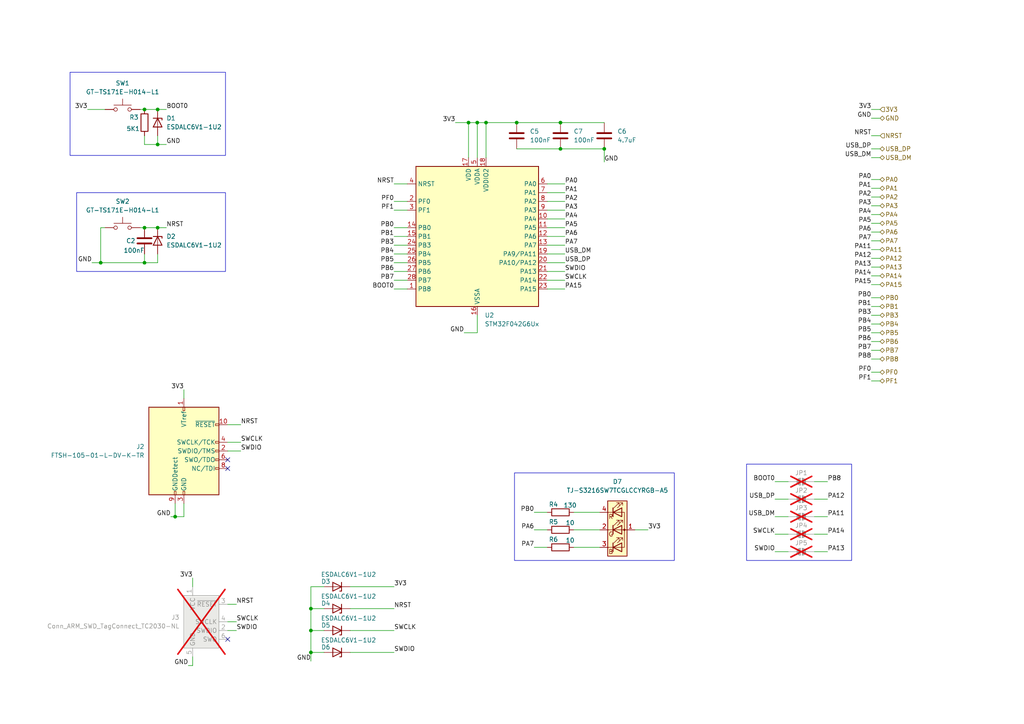
<source format=kicad_sch>
(kicad_sch (version 20250114) (generator "eeschema") (generator_version "9.0")
  (paper "A4")
  (lib_symbols
    (symbol "Connector:Conn_ARM_JTAG_SWD_10" (pin_names (offset 1.016))
      (property "Reference" "J" (at -2.54 16.51 0))
      (property "Value" "Conn_ARM_JTAG_SWD_10" (at -2.54 13.97 0))
      (symbol "Conn_ARM_JTAG_SWD_10_0_1"
        (rectangle (start -10.16 12.7) (end 10.16 -12.7) (stroke (width 0.254)) (fill (type background)))
        (rectangle (start -2.794 -12.7) (end -2.286 -11.684))
        (rectangle (start -0.254 12.7) (end 0.254 11.684))
        (rectangle (start -0.254 -12.7) (end 0.254 -11.684))
        (rectangle (start 9.144 2.286) (end 10.16 2.794))
        (rectangle (start 10.16 7.874) (end 9.144 7.366))
        (rectangle (start 10.16 -0.254) (end 9.144 0.254))
        (rectangle (start 10.16 -2.794) (end 9.144 -2.286))
      )
      (symbol "Conn_ARM_JTAG_SWD_10_1_1"
        (rectangle (start 9.144 -5.334) (end 10.16 -4.826))
        (pin no_connect line (at -10.16 0 0) (length 2.54) (hide yes) (name "KEY") (number "7"))
        (pin passive line (at -2.54 -15.24 90) (length 2.54) (name "GNDDetect") (number "9"))
        (pin power_in line (at 0 15.24 270) (length 2.54) (name "VTref") (number "1"))
        (pin power_in line (at 0 -15.24 90) (length 2.54) (name "GND") (number "3"))
        (pin passive line (at 0 -15.24 90) (length 2.54) (hide yes) (name "GND") (number "5"))
        (pin open_collector line (at 12.7 7.62 180) (length 2.54) (name "~{RESET}") (number "10"))
        (pin output line (at 12.7 2.54 180) (length 2.54) (name "SWCLK/TCK") (number "4"))
        (pin bidirectional line (at 12.7 0 180) (length 2.54) (name "SWDIO/TMS") (number "2"))
        (pin input line (at 12.7 -2.54 180) (length 2.54) (name "SWO/TDO") (number "6"))
        (pin output line (at 12.7 -5.08 180) (length 2.54) (name "NC/TDI") (number "8"))
      )
    )
    (symbol "Connector:Conn_ARM_SWD_TagConnect_TC2030-NL" (in_bom no)
      (property "Reference" "J" (at 2.54 11.43 0))
      (property "Value" "Conn_ARM_SWD_TagConnect_TC2030-NL" (at 2.54 8.89 0))
      (symbol "Conn_ARM_SWD_TagConnect_TC2030-NL_0_0"
        (pin power_in line (at -2.54 10.16 270) (length 2.54) (name "VCC") (number "1"))
        (pin power_in line (at -2.54 -10.16 90) (length 2.54) (name "GND") (number "5"))
        (pin open_collector line (at 7.62 5.08 180) (length 2.54) (name "~{RESET}") (number "3"))
        (pin output line (at 7.62 0 180) (length 2.54) (name "SWCLK") (number "4"))
        (pin bidirectional line (at 7.62 -2.54 180) (length 2.54) (name "SWDIO") (number "2"))
        (pin input line (at 7.62 -5.08 180) (length 2.54) (name "SWO") (number "6"))
      )
      (symbol "Conn_ARM_SWD_TagConnect_TC2030-NL_0_1"
        (rectangle (start -5.08 7.62) (end 5.08 -7.62) (fill (type background)))
      )
    )
    (symbol "Device:C" (pin_numbers (hide yes)) (pin_names (offset 0.254))
      (property "Reference" "C" (at 0.635 2.54 0))
      (property "Value" "C" (at 0.635 -2.54 0))
      (symbol "C_0_1"
        (polyline (pts (xy -2.032 0.762) (xy 2.032 0.762)) (stroke (width 0.508)))
        (polyline (pts (xy -2.032 -0.762) (xy 2.032 -0.762)) (stroke (width 0.508)))
      )
      (symbol "C_1_1"
        (pin passive line (at 0 3.81 270) (length 2.794) (name "~") (number "1"))
        (pin passive line (at 0 -3.81 90) (length 2.794) (name "~") (number "2"))
      )
    )
    (symbol "Device:LED_AGBR" (pin_names (offset 0) (hide yes))
      (property "Reference" "D" (at 0 9.398 0))
      (property "Value" "LED_AGBR" (at 0 -8.89 0))
      (symbol "LED_AGBR_0_0"
        (text "R" (at -1.905 3.81 0) (effects (font (size 1.27 1.27))))
        (text "G" (at -1.905 -1.27 0) (effects (font (size 1.27 1.27))))
        (text "B" (at -1.905 -6.35 0) (effects (font (size 1.27 1.27))))
      )
      (symbol "LED_AGBR_0_1"
        (polyline (pts (xy -1.27 6.35) (xy -1.27 3.81)) (stroke (width 0.254)))
        (polyline (pts (xy -1.27 6.35) (xy -1.27 3.81) (xy -1.27 3.81)))
        (polyline (pts (xy -1.27 5.08) (xy -2.54 5.08)))
        (polyline (pts (xy -1.27 5.08) (xy 1.27 5.08)))
        (polyline (pts (xy -1.27 1.27) (xy -1.27 -1.27)) (stroke (width 0.254)))
        (polyline (pts (xy -1.27 1.27) (xy -1.27 -1.27) (xy -1.27 -1.27)))
        (polyline (pts (xy -1.27 0) (xy -2.54 0)))
        (polyline (pts (xy -1.27 -3.81) (xy -1.27 -6.35)) (stroke (width 0.254)))
        (polyline (pts (xy -1.27 -5.08) (xy -2.54 -5.08)))
        (polyline (pts (xy -1.27 -5.08) (xy 1.27 -5.08)))
        (polyline (pts (xy -1.016 6.35) (xy 0.508 7.874) (xy -0.254 7.874) (xy 0.508 7.874) (xy 0.508 7.112)))
        (polyline (pts (xy -1.016 1.27) (xy 0.508 2.794) (xy -0.254 2.794) (xy 0.508 2.794) (xy 0.508 2.032)))
        (polyline (pts (xy -1.016 -3.81) (xy 0.508 -2.286) (xy -0.254 -2.286) (xy 0.508 -2.286) (xy 0.508 -3.048)))
        (polyline (pts (xy 0 6.35) (xy 1.524 7.874) (xy 0.762 7.874) (xy 1.524 7.874) (xy 1.524 7.112)))
        (polyline (pts (xy 0 1.27) (xy 1.524 2.794) (xy 0.762 2.794) (xy 1.524 2.794) (xy 1.524 2.032)))
        (polyline (pts (xy 0 -3.81) (xy 1.524 -2.286) (xy 0.762 -2.286) (xy 1.524 -2.286) (xy 1.524 -3.048)))
        (polyline (pts (xy 1.27 6.35) (xy 1.27 3.81) (xy -1.27 5.08) (xy 1.27 6.35)) (stroke (width 0.254)))
        (rectangle (start 1.27 6.35) (end 1.27 6.35))
        (rectangle (start 1.27 3.81) (end 1.27 6.35))
        (polyline (pts (xy 1.27 1.27) (xy 1.27 -1.27) (xy -1.27 0) (xy 1.27 1.27)) (stroke (width 0.254)))
        (rectangle (start 1.27 1.27) (end 1.27 1.27))
        (polyline (pts (xy 1.27 0) (xy -1.27 0)))
        (polyline (pts (xy 1.27 0) (xy 2.54 0)))
        (rectangle (start 1.27 -1.27) (end 1.27 1.27))
        (polyline (pts (xy 1.27 -3.81) (xy 1.27 -6.35) (xy -1.27 -5.08) (xy 1.27 -3.81)) (stroke (width 0.254)))
        (polyline (pts (xy 1.27 -5.08) (xy 2.032 -5.08) (xy 2.032 5.08) (xy 1.27 5.08)))
        (circle (center 2.032 0) (radius 0.254) (fill (type outline)))
        (rectangle (start 2.794 8.382) (end -2.794 -7.62) (stroke (width 0.254)) (fill (type background)))
      )
      (symbol "LED_AGBR_1_1"
        (pin passive line (at -5.08 5.08 0) (length 2.54) (name "RK") (number "4"))
        (pin passive line (at -5.08 0 0) (length 2.54) (name "GK") (number "2"))
        (pin passive line (at -5.08 -5.08 0) (length 2.54) (name "BK") (number "3"))
        (pin passive line (at 5.08 0 180) (length 2.54) (name "A") (number "1"))
      )
    )
    (symbol "Device:R" (pin_numbers (hide yes)) (pin_names (offset 0))
      (property "Reference" "R" (at 2.032 0 90))
      (property "Value" "R" (at 0 0 90))
      (symbol "R_0_1"
        (rectangle (start -1.016 -2.54) (end 1.016 2.54) (stroke (width 0.254)))
      )
      (symbol "R_1_1"
        (pin passive line (at 0 3.81 270) (length 1.27) (name "~") (number "1"))
        (pin passive line (at 0 -3.81 90) (length 1.27) (name "~") (number "2"))
      )
    )
    (symbol "Diode:ESD5Zxx" (pin_numbers (hide yes)) (pin_names (hide yes))
      (property "Reference" "D" (at 0 2.54 0))
      (property "Value" "ESD5Zxx" (at 0 -2.54 0))
      (symbol "ESD5Zxx_0_1"
        (polyline (pts (xy -1.27 -1.27) (xy -1.27 1.27) (xy -0.762 1.27)) (stroke (width 0.254)))
        (polyline (pts (xy 1.27 0) (xy -1.27 0)))
        (polyline (pts (xy 1.27 -1.27) (xy 1.27 1.27) (xy -1.27 0) (xy 1.27 -1.27)) (stroke (width 0.254)))
      )
      (symbol "ESD5Zxx_1_1"
        (pin passive line (at -3.81 0 0) (length 2.54) (name "K") (number "1"))
        (pin passive line (at 3.81 0 180) (length 2.54) (name "A") (number "2"))
      )
    )
    (symbol "Jumper:SolderJumper_2_Open" (pin_numbers (hide yes)) (pin_names (offset 0) (hide yes)) (in_bom no)
      (property "Reference" "JP" (at 0 2.032 0))
      (property "Value" "SolderJumper_2_Open" (at 0 -2.54 0))
      (symbol "SolderJumper_2_Open_0_1"
        (polyline (pts (xy -0.254 1.016) (xy -0.254 -1.016)))
        (arc (start -0.254 -1.016) (mid -1.2656 0) (end -0.254 1.016))
        (arc (start -0.254 -1.016) (mid -1.2656 0) (end -0.254 1.016) (fill (type outline)))
        (arc (start 0.254 1.016) (mid 1.2656 0) (end 0.254 -1.016))
        (arc (start 0.254 1.016) (mid 1.2656 0) (end 0.254 -1.016) (fill (type outline)))
        (polyline (pts (xy 0.254 1.016) (xy 0.254 -1.016)))
      )
      (symbol "SolderJumper_2_Open_1_1"
        (pin passive line (at -3.81 0 0) (length 2.54) (name "A") (number "1"))
        (pin passive line (at 3.81 0 180) (length 2.54) (name "B") (number "2"))
      )
    )
    (symbol "MCU_ST_STM32F0:STM32F042G6Ux"
      (property "Reference" "U" (at -17.78 21.59 0))
      (property "Value" "STM32F042G6Ux" (at 5.08 21.59 0))
      (symbol "STM32F042G6Ux_0_1"
        (rectangle (start -17.78 -20.32) (end 17.78 20.32) (stroke (width 0.254)) (fill (type background)))
      )
      (symbol "STM32F042G6Ux_1_1"
        (pin input line (at -20.32 15.24 0) (length 2.54) (name "NRST") (number "4"))
        (pin bidirectional line (at -20.32 10.16 0) (length 2.54) (name "PF0") (number "2"))
        (pin bidirectional line (at -20.32 7.62 0) (length 2.54) (name "PF1") (number "3"))
        (pin bidirectional line (at -20.32 2.54 0) (length 2.54) (name "PB0") (number "14"))
        (pin bidirectional line (at -20.32 0 0) (length 2.54) (name "PB1") (number "15"))
        (pin bidirectional line (at -20.32 -2.54 0) (length 2.54) (name "PB3") (number "24"))
        (pin bidirectional line (at -20.32 -5.08 0) (length 2.54) (name "PB4") (number "25"))
        (pin bidirectional line (at -20.32 -7.62 0) (length 2.54) (name "PB5") (number "26"))
        (pin bidirectional line (at -20.32 -10.16 0) (length 2.54) (name "PB6") (number "27"))
        (pin bidirectional line (at -20.32 -12.7 0) (length 2.54) (name "PB7") (number "28"))
        (pin bidirectional line (at -20.32 -15.24 0) (length 2.54) (name "PB8") (number "1"))
        (pin power_in line (at -2.54 22.86 270) (length 2.54) (name "VDD") (number "17"))
        (pin power_in line (at 0 22.86 270) (length 2.54) (name "VDDA") (number "5"))
        (pin power_in line (at 0 -22.86 90) (length 2.54) (name "VSSA") (number "16"))
        (pin power_in line (at 2.54 22.86 270) (length 2.54) (name "VDDIO2") (number "18"))
        (pin bidirectional line (at 20.32 15.24 180) (length 2.54) (name "PA0") (number "6"))
        (pin bidirectional line (at 20.32 12.7 180) (length 2.54) (name "PA1") (number "7"))
        (pin bidirectional line (at 20.32 10.16 180) (length 2.54) (name "PA2") (number "8"))
        (pin bidirectional line (at 20.32 7.62 180) (length 2.54) (name "PA3") (number "9"))
        (pin bidirectional line (at 20.32 5.08 180) (length 2.54) (name "PA4") (number "10"))
        (pin bidirectional line (at 20.32 2.54 180) (length 2.54) (name "PA5") (number "11"))
        (pin bidirectional line (at 20.32 0 180) (length 2.54) (name "PA6") (number "12"))
        (pin bidirectional line (at 20.32 -2.54 180) (length 2.54) (name "PA7") (number "13"))
        (pin bidirectional line (at 20.32 -5.08 180) (length 2.54) (name "PA9/PA11") (number "19"))
        (pin bidirectional line (at 20.32 -7.62 180) (length 2.54) (name "PA10/PA12") (number "20"))
        (pin bidirectional line (at 20.32 -10.16 180) (length 2.54) (name "PA13") (number "21"))
        (pin bidirectional line (at 20.32 -12.7 180) (length 2.54) (name "PA14") (number "22"))
        (pin bidirectional line (at 20.32 -15.24 180) (length 2.54) (name "PA15") (number "23"))
      )
    )
    (symbol "Switch:SW_Push" (pin_numbers (hide yes)) (pin_names (offset 1.016) (hide yes))
      (property "Reference" "SW" (at 1.27 2.54 0))
      (property "Value" "SW_Push" (at 0 -1.524 0))
      (symbol "SW_Push_0_1"
        (circle (center -2.032 0) (radius 0.508))
        (polyline (pts (xy 0 1.27) (xy 0 3.048)))
        (circle (center 2.032 0) (radius 0.508))
        (polyline (pts (xy 2.54 1.27) (xy -2.54 1.27)))
        (pin passive line (at -5.08 0 0) (length 2.54) (name "1") (number "1"))
        (pin passive line (at 5.08 0 180) (length 2.54) (name "2") (number "2"))
      )
    )
  )
  (rectangle (start 22.225 55.88) (end 65.405 78.74))
  (rectangle (start 149.225 137.16) (end 195.58 162.56))
  (rectangle (start 20.32 20.955) (end 65.405 45.085))
  (rectangle (start 216.535 134.62) (end 247.015 162.56))
  (junction (at 138.43 35.56))
  (junction (at 90.17 189.23))
  (junction (at 45.72 31.75))
  (junction (at 162.56 43.18))
  (junction (at 45.72 66.04))
  (junction (at 41.91 66.04))
  (junction (at 41.91 31.75))
  (junction (at 149.86 35.56))
  (junction (at 50.8 149.86))
  (junction (at 140.97 35.56))
  (junction (at 45.72 41.91))
  (junction (at 90.17 182.88))
  (junction (at 162.56 35.56))
  (junction (at 41.91 76.2))
  (junction (at 175.26 43.18))
  (junction (at 90.17 176.53))
  (junction (at 135.89 35.56))
  (junction (at 29.21 76.2))
  (no_connect (at 66.04 185.42))
  (no_connect (at 66.04 135.89))
  (no_connect (at 66.04 133.35))
  (wire (pts (xy 252.73 91.44) (xy 255.27 91.44)))
  (wire (pts (xy 236.22 144.78) (xy 240.03 144.78)))
  (wire (pts (xy 50.8 149.86) (xy 49.53 149.86)))
  (wire (pts (xy 41.91 73.66) (xy 41.91 76.2)))
  (wire (pts (xy 252.73 80.01) (xy 255.27 80.01)))
  (wire (pts (xy 29.21 66.04) (xy 30.48 66.04)))
  (wire (pts (xy 135.89 35.56) (xy 138.43 35.56)))
  (wire (pts (xy 29.21 76.2) (xy 29.21 66.04)))
  (wire (pts (xy 252.73 59.69) (xy 255.27 59.69)))
  (wire (pts (xy 236.22 139.7) (xy 240.03 139.7)))
  (wire (pts (xy 162.56 35.56) (xy 175.26 35.56)))
  (wire (pts (xy 45.72 31.75) (xy 48.26 31.75)))
  (wire (pts (xy 158.75 68.58) (xy 163.83 68.58)))
  (wire (pts (xy 140.97 35.56) (xy 140.97 45.72)))
  (wire (pts (xy 41.91 39.37) (xy 41.91 41.91)))
  (wire (pts (xy 252.73 52.07) (xy 255.27 52.07)))
  (wire (pts (xy 252.73 69.85) (xy 255.27 69.85)))
  (wire (pts (xy 252.73 39.37) (xy 255.27 39.37)))
  (wire (pts (xy 158.75 63.5) (xy 163.83 63.5)))
  (wire (pts (xy 158.75 81.28) (xy 163.83 81.28)))
  (wire (pts (xy 134.62 96.52) (xy 138.43 96.52)))
  (wire (pts (xy 224.79 139.7) (xy 228.6 139.7)))
  (wire (pts (xy 166.37 148.59) (xy 173.99 148.59)))
  (wire (pts (xy 252.73 104.14) (xy 255.27 104.14)))
  (wire (pts (xy 114.3 68.58) (xy 118.11 68.58)))
  (wire (pts (xy 114.3 83.82) (xy 118.11 83.82)))
  (wire (pts (xy 184.15 153.67) (xy 187.96 153.67)))
  (wire (pts (xy 41.91 31.75) (xy 45.72 31.75)))
  (wire (pts (xy 25.4 31.75) (xy 30.48 31.75)))
  (wire (pts (xy 252.73 74.93) (xy 255.27 74.93)))
  (wire (pts (xy 40.64 66.04) (xy 41.91 66.04)))
  (wire (pts (xy 114.3 78.74) (xy 118.11 78.74)))
  (wire (pts (xy 55.88 167.64) (xy 55.88 170.18)))
  (wire (pts (xy 158.75 66.04) (xy 163.83 66.04)))
  (wire (pts (xy 45.72 41.91) (xy 48.26 41.91)))
  (wire (pts (xy 90.17 176.53) (xy 90.17 170.18)))
  (wire (pts (xy 252.73 31.75) (xy 255.27 31.75)))
  (wire (pts (xy 90.17 191.77) (xy 90.17 189.23)))
  (wire (pts (xy 45.72 73.66) (xy 45.72 76.2)))
  (wire (pts (xy 252.73 110.49) (xy 255.27 110.49)))
  (wire (pts (xy 252.73 96.52) (xy 255.27 96.52)))
  (wire (pts (xy 158.75 78.74) (xy 163.83 78.74)))
  (wire (pts (xy 224.79 160.02) (xy 228.6 160.02)))
  (wire (pts (xy 54.61 193.04) (xy 55.88 193.04)))
  (wire (pts (xy 90.17 189.23) (xy 93.98 189.23)))
  (wire (pts (xy 66.04 182.88) (xy 68.58 182.88)))
  (wire (pts (xy 236.22 160.02) (xy 240.03 160.02)))
  (wire (pts (xy 252.73 43.18) (xy 255.27 43.18)))
  (wire (pts (xy 149.86 35.56) (xy 162.56 35.56)))
  (wire (pts (xy 252.73 45.72) (xy 255.27 45.72)))
  (wire (pts (xy 175.26 43.18) (xy 175.26 46.99)))
  (wire (pts (xy 90.17 182.88) (xy 90.17 176.53)))
  (wire (pts (xy 162.56 43.18) (xy 175.26 43.18)))
  (wire (pts (xy 149.86 43.18) (xy 162.56 43.18)))
  (wire (pts (xy 158.75 60.96) (xy 163.83 60.96)))
  (wire (pts (xy 138.43 96.52) (xy 138.43 91.44)))
  (wire (pts (xy 41.91 66.04) (xy 45.72 66.04)))
  (wire (pts (xy 114.3 53.34) (xy 118.11 53.34)))
  (wire (pts (xy 114.3 58.42) (xy 118.11 58.42)))
  (wire (pts (xy 53.34 113.03) (xy 53.34 115.57)))
  (wire (pts (xy 236.22 154.94) (xy 240.03 154.94)))
  (wire (pts (xy 114.3 71.12) (xy 118.11 71.12)))
  (wire (pts (xy 158.75 73.66) (xy 163.83 73.66)))
  (wire (pts (xy 90.17 189.23) (xy 90.17 182.88)))
  (wire (pts (xy 41.91 76.2) (xy 29.21 76.2)))
  (wire (pts (xy 90.17 176.53) (xy 93.98 176.53)))
  (wire (pts (xy 236.22 149.86) (xy 240.03 149.86)))
  (wire (pts (xy 101.6 189.23) (xy 114.3 189.23)))
  (wire (pts (xy 252.73 93.98) (xy 255.27 93.98)))
  (wire (pts (xy 158.75 76.2) (xy 163.83 76.2)))
  (wire (pts (xy 166.37 153.67) (xy 173.99 153.67)))
  (wire (pts (xy 252.73 54.61) (xy 255.27 54.61)))
  (wire (pts (xy 166.37 158.75) (xy 173.99 158.75)))
  (wire (pts (xy 101.6 176.53) (xy 114.3 176.53)))
  (wire (pts (xy 154.94 158.75) (xy 158.75 158.75)))
  (wire (pts (xy 101.6 170.18) (xy 114.3 170.18)))
  (wire (pts (xy 66.04 123.19) (xy 69.85 123.19)))
  (wire (pts (xy 224.79 154.94) (xy 228.6 154.94)))
  (wire (pts (xy 53.34 149.86) (xy 50.8 149.86)))
  (wire (pts (xy 114.3 81.28) (xy 118.11 81.28)))
  (wire (pts (xy 154.94 153.67) (xy 158.75 153.67)))
  (wire (pts (xy 252.73 62.23) (xy 255.27 62.23)))
  (wire (pts (xy 101.6 182.88) (xy 114.3 182.88)))
  (wire (pts (xy 40.64 31.75) (xy 41.91 31.75)))
  (wire (pts (xy 252.73 107.95) (xy 255.27 107.95)))
  (wire (pts (xy 158.75 71.12) (xy 163.83 71.12)))
  (wire (pts (xy 138.43 35.56) (xy 138.43 45.72)))
  (wire (pts (xy 26.67 76.2) (xy 29.21 76.2)))
  (wire (pts (xy 252.73 57.15) (xy 255.27 57.15)))
  (wire (pts (xy 252.73 86.36) (xy 255.27 86.36)))
  (wire (pts (xy 114.3 66.04) (xy 118.11 66.04)))
  (wire (pts (xy 252.73 88.9) (xy 255.27 88.9)))
  (wire (pts (xy 45.72 76.2) (xy 41.91 76.2)))
  (wire (pts (xy 252.73 82.55) (xy 255.27 82.55)))
  (wire (pts (xy 66.04 128.27) (xy 69.85 128.27)))
  (wire (pts (xy 252.73 72.39) (xy 255.27 72.39)))
  (wire (pts (xy 158.75 83.82) (xy 163.83 83.82)))
  (wire (pts (xy 224.79 144.78) (xy 228.6 144.78)))
  (wire (pts (xy 45.72 39.37) (xy 45.72 41.91)))
  (wire (pts (xy 53.34 146.05) (xy 53.34 149.86)))
  (wire (pts (xy 154.94 148.59) (xy 158.75 148.59)))
  (wire (pts (xy 55.88 193.04) (xy 55.88 190.5)))
  (wire (pts (xy 158.75 53.34) (xy 163.83 53.34)))
  (wire (pts (xy 252.73 77.47) (xy 255.27 77.47)))
  (wire (pts (xy 114.3 73.66) (xy 118.11 73.66)))
  (wire (pts (xy 252.73 67.31) (xy 255.27 67.31)))
  (wire (pts (xy 140.97 35.56) (xy 149.86 35.56)))
  (wire (pts (xy 252.73 64.77) (xy 255.27 64.77)))
  (wire (pts (xy 158.75 55.88) (xy 163.83 55.88)))
  (wire (pts (xy 66.04 180.34) (xy 68.58 180.34)))
  (wire (pts (xy 114.3 76.2) (xy 118.11 76.2)))
  (wire (pts (xy 224.79 149.86) (xy 228.6 149.86)))
  (wire (pts (xy 114.3 60.96) (xy 118.11 60.96)))
  (wire (pts (xy 66.04 175.26) (xy 68.58 175.26)))
  (wire (pts (xy 45.72 66.04) (xy 48.26 66.04)))
  (wire (pts (xy 66.04 130.81) (xy 69.85 130.81)))
  (wire (pts (xy 132.08 35.56) (xy 135.89 35.56)))
  (wire (pts (xy 50.8 146.05) (xy 50.8 149.86)))
  (wire (pts (xy 252.73 34.29) (xy 255.27 34.29)))
  (wire (pts (xy 158.75 58.42) (xy 163.83 58.42)))
  (wire (pts (xy 90.17 182.88) (xy 93.98 182.88)))
  (wire (pts (xy 252.73 101.6) (xy 255.27 101.6)))
  (wire (pts (xy 135.89 35.56) (xy 135.89 45.72)))
  (wire (pts (xy 252.73 99.06) (xy 255.27 99.06)))
  (wire (pts (xy 41.91 41.91) (xy 45.72 41.91)))
  (wire (pts (xy 90.17 170.18) (xy 93.98 170.18)))
  (wire (pts (xy 138.43 35.56) (xy 140.97 35.56)))
  (label "PA15" (at 163.83 83.82 0))
  (label "USB_DP" (at 163.83 76.2 0))
  (label "PB1" (at 252.73 88.9 180))
  (label "GND" (at 252.73 34.29 180))
  (label "PB5" (at 114.3 76.2 180))
  (label "PB8" (at 240.03 139.7 0))
  (label "GND" (at 134.62 96.52 180))
  (label "USB_DM" (at 163.83 73.66 0))
  (label "BOOT0" (at 224.79 139.7 180))
  (label "PA6" (at 163.83 68.58 0))
  (label "PA7" (at 154.94 158.75 180))
  (label "NRST" (at 48.26 66.04 0))
  (label "PA3" (at 163.83 60.96 0))
  (label "SWCLK" (at 163.83 81.28 0))
  (label "SWCLK" (at 114.3 182.88 0))
  (label "SWCLK" (at 69.85 128.27 0))
  (label "GND" (at 90.17 191.77 180))
  (label "PB0" (at 252.73 86.36 180))
  (label "PA11" (at 240.03 149.86 0))
  (label "PB0" (at 114.3 66.04 180))
  (label "PA1" (at 252.73 54.61 180))
  (label "PB5" (at 252.73 96.52 180))
  (label "SWDIO" (at 69.85 130.81 0))
  (label "PB4" (at 114.3 73.66 180))
  (label "NRST" (at 114.3 53.34 180))
  (label "3V3" (at 132.08 35.56 180))
  (label "PB6" (at 252.73 99.06 180))
  (label "BOOT0" (at 114.3 83.82 180))
  (label "PB3" (at 114.3 71.12 180))
  (label "PB7" (at 252.73 101.6 180))
  (label "PA15" (at 252.73 82.55 180))
  (label "PA4" (at 163.83 63.5 0))
  (label "3V3" (at 187.96 153.67 0))
  (label "GND" (at 49.53 149.86 180))
  (label "PA12" (at 252.73 74.93 180))
  (label "GND" (at 54.61 193.04 180))
  (label "BOOT0" (at 48.26 31.75 0))
  (label "GND" (at 26.67 76.2 180))
  (label "PA0" (at 163.83 53.34 0))
  (label "PA13" (at 240.03 160.02 0))
  (label "PA6" (at 252.73 67.31 180))
  (label "NRST" (at 252.73 39.37 180))
  (label "PA11" (at 252.73 72.39 180))
  (label "3V3" (at 55.88 167.64 180))
  (label "3V3" (at 114.3 170.18 0))
  (label "PA6" (at 154.94 153.67 180))
  (label "PB3" (at 252.73 91.44 180))
  (label "USB_DM" (at 252.73 45.72 180))
  (label "PB1" (at 114.3 68.58 180))
  (label "PF1" (at 114.3 60.96 180))
  (label "PA3" (at 252.73 59.69 180))
  (label "PA14" (at 252.73 80.01 180))
  (label "PA12" (at 240.03 144.78 0))
  (label "USB_DP" (at 224.79 144.78 180))
  (label "3V3" (at 53.34 113.03 180))
  (label "PA1" (at 163.83 55.88 0))
  (label "PB7" (at 114.3 81.28 180))
  (label "PB6" (at 114.3 78.74 180))
  (label "USB_DM" (at 224.79 149.86 180))
  (label "PA2" (at 163.83 58.42 0))
  (label "PB8" (at 252.73 104.14 180))
  (label "3V3" (at 25.4 31.75 180))
  (label "SWDIO" (at 68.58 182.88 0))
  (label "PA7" (at 163.83 71.12 0))
  (label "PA0" (at 252.73 52.07 180))
  (label "PA2" (at 252.73 57.15 180))
  (label "3V3" (at 252.73 31.75 180))
  (label "PF0" (at 114.3 58.42 180))
  (label "PA5" (at 252.73 64.77 180))
  (label "USB_DP" (at 252.73 43.18 180))
  (label "GND" (at 48.26 41.91 0))
  (label "SWCLK" (at 224.79 154.94 180))
  (label "PA4" (at 252.73 62.23 180))
  (label "PB4" (at 252.73 93.98 180))
  (label "PF1" (at 252.73 110.49 180))
  (label "SWDIO" (at 224.79 160.02 180))
  (label "PB0" (at 154.94 148.59 180))
  (label "SWDIO" (at 114.3 189.23 0))
  (label "PA13" (at 252.73 77.47 180))
  (label "NRST" (at 69.85 123.19 0))
  (label "PA14" (at 240.03 154.94 0))
  (label "PA5" (at 163.83 66.04 0))
  (label "GND" (at 175.26 46.99 0))
  (label "PF0" (at 252.73 107.95 180))
  (label "SWCLK" (at 68.58 180.34 0))
  (label "SWDIO" (at 163.83 78.74 0))
  (label "NRST" (at 114.3 176.53 0))
  (label "PA7" (at 252.73 69.85 180))
  (label "NRST" (at 68.58 175.26 0))
  (hierarchical_label "PB3" (shape bidirectional) (at 255.27 91.44 0))
  (hierarchical_label "PA1" (shape bidirectional) (at 255.27 54.61 0))
  (hierarchical_label "PA13" (shape bidirectional) (at 255.27 77.47 0))
  (hierarchical_label "PB4" (shape bidirectional) (at 255.27 93.98 0))
  (hierarchical_label "PB1" (shape bidirectional) (at 255.27 88.9 0))
  (hierarchical_label "PB8" (shape bidirectional) (at 255.27 104.14 0))
  (hierarchical_label "PA7" (shape bidirectional) (at 255.27 69.85 0))
  (hierarchical_label "GND" (shape bidirectional) (at 255.27 34.29 0))
  (hierarchical_label "3V3" (shape input) (at 255.27 31.75 0))
  (hierarchical_label "PB5" (shape bidirectional) (at 255.27 96.52 0))
  (hierarchical_label "NRST" (shape input) (at 255.27 39.37 0))
  (hierarchical_label "PB6" (shape bidirectional) (at 255.27 99.06 0))
  (hierarchical_label "PA11" (shape bidirectional) (at 255.27 72.39 0))
  (hierarchical_label "PA5" (shape bidirectional) (at 255.27 64.77 0))
  (hierarchical_label "PA12" (shape bidirectional) (at 255.27 74.93 0))
  (hierarchical_label "PA14" (shape bidirectional) (at 255.27 80.01 0))
  (hierarchical_label "PA4" (shape bidirectional) (at 255.27 62.23 0))
  (hierarchical_label "USB_DP" (shape bidirectional) (at 255.27 43.18 0))
  (hierarchical_label "PA0" (shape bidirectional) (at 255.27 52.07 0))
  (hierarchical_label "PA6" (shape bidirectional) (at 255.27 67.31 0))
  (hierarchical_label "PA3" (shape bidirectional) (at 255.27 59.69 0))
  (hierarchical_label "PA2" (shape bidirectional) (at 255.27 57.15 0))
  (hierarchical_label "PA15" (shape bidirectional) (at 255.27 82.55 0))
  (hierarchical_label "PB7" (shape bidirectional) (at 255.27 101.6 0))
  (hierarchical_label "PB0" (shape bidirectional) (at 255.27 86.36 0))
  (hierarchical_label "PF0" (shape bidirectional) (at 255.27 107.95 0))
  (hierarchical_label "USB_DM" (shape bidirectional) (at 255.27 45.72 0))
  (hierarchical_label "PF1" (shape bidirectional) (at 255.27 110.49 0))
  (symbol (lib_id "Diode:ESD5Zxx") (at 97.79 170.18 180) (unit 1)
    (property "Reference" "D3" (at 94.488 168.656 0))
    (property "Value" "ESDALC6V1-1U2" (at 101.092 166.624 0))
    (property "Footprint" "Diode_SMD:D_0201_0603Metric" (effects (hide yes)))
    (property "Datasheet" "https://www.lcsc.com/datasheet/lcsc_datasheet_2410121837_STMicroelectronics-ESDALC6V1-1U2_C1974498.pdf" (effects (hide yes)))
    (property "Description" "ESD Protection Diode, SOD-523" (effects (hide yes)))
  )
  (symbol (lib_id "Device:C") (at 162.56 39.37 0) (unit 1)
    (property "Reference" "C7" (at 166.37 38.0999 0) (effects (justify left)))
    (property "Value" "100nF" (at 166.37 40.6399 0) (effects (justify left)))
    (property "Footprint" "footprints:C_0402_1005Metric" (effects (hide yes)))
    (property "Description" "Unpolarized capacitor" (effects (hide yes)))
  )
  (symbol (lib_id "Connector:Conn_ARM_JTAG_SWD_10") (at 53.34 130.81 0) (unit 1)
    (property "Reference" "J2" (at 41.91 129.5399 0) (effects (justify right)))
    (property "Value" "FTSH-105-01-L-DV-K-TR" (at 41.91 132.0799 0) (effects (justify right)))
    (property "Footprint" "Connector_PinHeader_1.27mm:PinHeader_2x05_P1.27mm_Vertical_SMD" (effects (hide yes)))
    (property "Datasheet" "https://www.lcsc.com/product-detail/Board-to-Board-and-Backplane-Connector_Samtec-FTSH-105-01-L-DV-K-TR_C448647.html" (effects (hide yes)))
    (property "Description" "Cortex Debug Connector, standard ARM Cortex-M SWD and JTAG interface" (effects (hide yes)))
  )
  (symbol (lib_id "Jumper:SolderJumper_2_Open") (at 232.41 139.7 0) (unit 1) (in_bom no) (dnp yes)
    (property "Reference" "JP1" (at 232.41 137.16 0))
    (property "Value" "SolderJumper_2_Open" (effects (hide yes)))
    (property "Footprint" "footprints:R_0402_1005Metric" (effects (hide yes)))
    (property "Description" "Solder Jumper, 2-pole, open" (effects (hide yes)))
  )
  (symbol (lib_id "Switch:SW_Push") (at 35.56 31.75 0) (unit 1)
    (property "Reference" "SW1" (at 35.56 24.13 0))
    (property "Value" "GT-TS171E-H014-L1" (at 35.56 26.67 0))
    (property "Footprint" "footprints:GT-TS171E-H014-L1" (effects (hide yes)))
    (property "Datasheet" "https://www.lcsc.com/product-detail/Tactile-Switches_G-Switch-GT-TS171E-H014-L1_C843618.html" (effects (hide yes)))
    (property "Description" "Push button switch, generic, two pins" (effects (hide yes)))
  )
  (symbol (lib_id "Device:R") (at 162.56 148.59 90) (unit 1)
    (property "Reference" "R4" (at 160.528 146.304 90))
    (property "Value" "130" (at 165.354 146.558 90))
    (property "Footprint" "footprints:R_0402_1005Metric" (effects (hide yes)))
    (property "Datasheet" "RC0402JR-07130RL" (effects (hide yes)))
    (property "Description" "Resistor" (effects (hide yes)))
  )
  (symbol (lib_id "Jumper:SolderJumper_2_Open") (at 232.41 149.86 0) (unit 1) (in_bom no) (dnp yes)
    (property "Reference" "JP3" (at 232.41 147.32 0))
    (property "Value" "SolderJumper_2_Open" (effects (hide yes)))
    (property "Footprint" "footprints:R_0402_1005Metric" (effects (hide yes)))
    (property "Description" "Solder Jumper, 2-pole, open" (effects (hide yes)))
  )
  (symbol (lib_id "Diode:ESD5Zxx") (at 45.72 69.85 270) (unit 1)
    (property "Reference" "D2" (at 48.26 68.5799 90) (effects (justify left)))
    (property "Value" "ESDALC6V1-1U2" (at 48.26 71.1199 90) (effects (justify left)))
    (property "Footprint" "Diode_SMD:D_0201_0603Metric" (effects (hide yes)))
    (property "Datasheet" "https://www.lcsc.com/datasheet/lcsc_datasheet_2410121837_STMicroelectronics-ESDALC6V1-1U2_C1974498.pdf" (effects (hide yes)))
    (property "Description" "ESD Protection Diode, SOD-523" (effects (hide yes)))
  )
  (symbol (lib_id "Diode:ESD5Zxx") (at 97.79 176.53 180) (unit 1)
    (property "Reference" "D4" (at 94.488 175.006 0))
    (property "Value" "ESDALC6V1-1U2" (at 101.092 172.974 0))
    (property "Footprint" "Diode_SMD:D_0201_0603Metric" (effects (hide yes)))
    (property "Datasheet" "https://www.lcsc.com/datasheet/lcsc_datasheet_2410121837_STMicroelectronics-ESDALC6V1-1U2_C1974498.pdf" (effects (hide yes)))
    (property "Description" "ESD Protection Diode, SOD-523" (effects (hide yes)))
  )
  (symbol (lib_id "Jumper:SolderJumper_2_Open") (at 232.41 144.78 0) (unit 1) (in_bom no) (dnp yes)
    (property "Reference" "JP2" (at 232.41 142.24 0))
    (property "Value" "SolderJumper_2_Open" (effects (hide yes)))
    (property "Footprint" "footprints:R_0402_1005Metric" (effects (hide yes)))
    (property "Description" "Solder Jumper, 2-pole, open" (effects (hide yes)))
  )
  (symbol (lib_id "Device:R") (at 41.91 35.56 180) (unit 1)
    (property "Reference" "R3" (at 38.862 34.036 0))
    (property "Value" "5K1" (at 38.608 37.338 0))
    (property "Footprint" "footprints:R_0402_1005Metric" (effects (hide yes)))
    (property "Datasheet" "RC-02K512JT" (effects (hide yes)))
    (property "Description" "Resistor" (effects (hide yes)))
  )
  (symbol (lib_id "Jumper:SolderJumper_2_Open") (at 232.41 160.02 0) (unit 1) (in_bom no) (dnp yes)
    (property "Reference" "JP5" (at 232.41 157.48 0))
    (property "Value" "SolderJumper_2_Open" (effects (hide yes)))
    (property "Footprint" "footprints:R_0402_1005Metric" (effects (hide yes)))
    (property "Description" "Solder Jumper, 2-pole, open" (effects (hide yes)))
  )
  (symbol (lib_id "MCU_ST_STM32F0:STM32F042G6Ux") (at 138.43 68.58 0) (unit 1)
    (property "Reference" "U2" (at 140.5733 91.44 0) (effects (justify left)))
    (property "Value" "STM32F042G6Ux" (at 140.5733 93.98 0) (effects (justify left)))
    (property "Footprint" "Package_DFN_QFN:QFN-28_4x4mm_P0.5mm" (effects (hide yes)))
    (property "Datasheet" "https://www.st.com/resource/en/datasheet/stm32f042g6.pdf" (effects (hide yes)))
    (property "Description" "STMicroelectronics Arm Cortex-M0 MCU, 32KB flash, 6KB RAM, 48 MHz, 2.0-3.6V, 23 GPIO, UFQFPN28" (effects (hide yes)))
  )
  (symbol (lib_id "Diode:ESD5Zxx") (at 97.79 189.23 180) (unit 1)
    (property "Reference" "D6" (at 94.488 187.706 0))
    (property "Value" "ESDALC6V1-1U2" (at 101.092 185.674 0))
    (property "Footprint" "Diode_SMD:D_0201_0603Metric" (effects (hide yes)))
    (property "Datasheet" "https://www.lcsc.com/datasheet/lcsc_datasheet_2410121837_STMicroelectronics-ESDALC6V1-1U2_C1974498.pdf" (effects (hide yes)))
    (property "Description" "ESD Protection Diode, SOD-523" (effects (hide yes)))
  )
  (symbol (lib_id "Device:C") (at 149.86 39.37 0) (unit 1)
    (property "Reference" "C5" (at 153.67 38.0999 0) (effects (justify left)))
    (property "Value" "100nF" (at 153.67 40.6399 0) (effects (justify left)))
    (property "Footprint" "footprints:C_0402_1005Metric" (effects (hide yes)))
    (property "Description" "Unpolarized capacitor" (effects (hide yes)))
  )
  (symbol (lib_id "Device:R") (at 162.56 153.67 90) (unit 1)
    (property "Reference" "R5" (at 160.528 151.384 90))
    (property "Value" "10" (at 165.354 151.638 90))
    (property "Footprint" "footprints:R_0402_1005Metric" (effects (hide yes)))
    (property "Datasheet" "0402WGJ0100TCE" (effects (hide yes)))
    (property "Description" "Resistor" (effects (hide yes)))
  )
  (symbol (lib_id "Diode:ESD5Zxx") (at 45.72 35.56 270) (unit 1)
    (property "Reference" "D1" (at 48.26 34.2899 90) (effects (justify left)))
    (property "Value" "ESDALC6V1-1U2" (at 48.26 36.8299 90) (effects (justify left)))
    (property "Footprint" "Diode_SMD:D_0201_0603Metric" (effects (hide yes)))
    (property "Datasheet" "https://www.lcsc.com/datasheet/lcsc_datasheet_2410121837_STMicroelectronics-ESDALC6V1-1U2_C1974498.pdf" (effects (hide yes)))
    (property "Description" "ESD Protection Diode, SOD-523" (effects (hide yes)))
  )
  (symbol (lib_id "Switch:SW_Push") (at 35.56 66.04 0) (unit 1)
    (property "Reference" "SW2" (at 35.56 58.42 0))
    (property "Value" "GT-TS171E-H014-L1" (at 35.56 60.96 0))
    (property "Footprint" "footprints:GT-TS171E-H014-L1" (effects (hide yes)))
    (property "Datasheet" "https://www.lcsc.com/product-detail/Tactile-Switches_G-Switch-GT-TS171E-H014-L1_C843618.html" (effects (hide yes)))
    (property "Description" "Push button switch, generic, two pins" (effects (hide yes)))
  )
  (symbol (lib_id "Device:R") (at 162.56 158.75 90) (unit 1)
    (property "Reference" "R6" (at 160.528 156.464 90))
    (property "Value" "10" (at 165.354 156.718 90))
    (property "Footprint" "footprints:R_0402_1005Metric" (effects (hide yes)))
    (property "Datasheet" "0402WGJ0100TCE" (effects (hide yes)))
    (property "Description" "Resistor" (effects (hide yes)))
  )
  (symbol (lib_id "Device:C") (at 41.91 69.85 0) (unit 1)
    (property "Reference" "C2" (at 36.576 69.85 0) (effects (justify left)))
    (property "Value" "100nF" (at 35.814 72.644 0) (effects (justify left)))
    (property "Footprint" "footprints:C_0402_1005Metric" (effects (hide yes)))
    (property "Description" "Unpolarized capacitor" (effects (hide yes)))
  )
  (symbol (lib_id "Device:C") (at 175.26 39.37 0) (unit 1)
    (property "Reference" "C6" (at 179.07 38.0999 0) (effects (justify left)))
    (property "Value" "4.7uF" (at 179.07 40.6399 0) (effects (justify left)))
    (property "Footprint" "footprints:C_0402_1005Metric" (effects (hide yes)))
    (property "Description" "Unpolarized capacitor" (effects (hide yes)))
  )
  (symbol (lib_id "Diode:ESD5Zxx") (at 97.79 182.88 180) (unit 1)
    (property "Reference" "D5" (at 94.488 181.356 0))
    (property "Value" "ESDALC6V1-1U2" (at 101.092 179.324 0))
    (property "Footprint" "Diode_SMD:D_0201_0603Metric" (effects (hide yes)))
    (property "Datasheet" "https://www.lcsc.com/datasheet/lcsc_datasheet_2410121837_STMicroelectronics-ESDALC6V1-1U2_C1974498.pdf" (effects (hide yes)))
    (property "Description" "ESD Protection Diode, SOD-523" (effects (hide yes)))
  )
  (symbol (lib_id "Device:LED_AGBR") (at 179.07 153.67 0) (unit 1)
    (property "Reference" "D7" (at 179.07 139.7 0))
    (property "Value" "TJ-S3216SW7TCGLCCYRGB-A5" (at 179.07 142.24 0))
    (property "Footprint" "Inductor_SMD:L_CommonMode_Wurth_WE-CNSW-1206" (effects (hide yes)))
    (property "Datasheet" "https://www.lcsc.com/product-detail/RGB-LEDs_TOGIALED-TJ-S3216SW7TCGLCCYRGB-A5_C601687.html" (effects (hide yes)))
    (property "Description" "RGB LED, anode/green/blue/red" (effects (hide yes)))
  )
  (symbol (lib_id "Jumper:SolderJumper_2_Open") (at 232.41 154.94 0) (unit 1) (in_bom no) (dnp yes)
    (property "Reference" "JP4" (at 232.41 152.4 0))
    (property "Value" "SolderJumper_2_Open" (effects (hide yes)))
    (property "Footprint" "footprints:R_0402_1005Metric" (effects (hide yes)))
    (property "Description" "Solder Jumper, 2-pole, open" (effects (hide yes)))
  )
  (symbol (lib_id "Connector:Conn_ARM_SWD_TagConnect_TC2030-NL") (at 58.42 180.34 0) (unit 1) (in_bom no) (dnp yes)
    (property "Reference" "J3" (at 52.07 179.0699 0) (effects (justify right)))
    (property "Value" "Conn_ARM_SWD_TagConnect_TC2030-NL" (at 52.07 181.6099 0) (effects (justify right)))
    (property "Footprint" "footprints:Tag-Connect_TC2030-IDC-NL_2x03_P1.27mm_Vertical_TH" (effects (hide yes)))
    (property "Datasheet" "https://www.tag-connect.com/wp-content/uploads/bsk-pdf-manager/TC2030-CTX_1.pdf" (effects (hide yes)))
    (property "Description" "Tag-Connect ARM Cortex SWD JTAG connector, 6 pin, no legs" (effects (hide yes)))
  )
)
</source>
